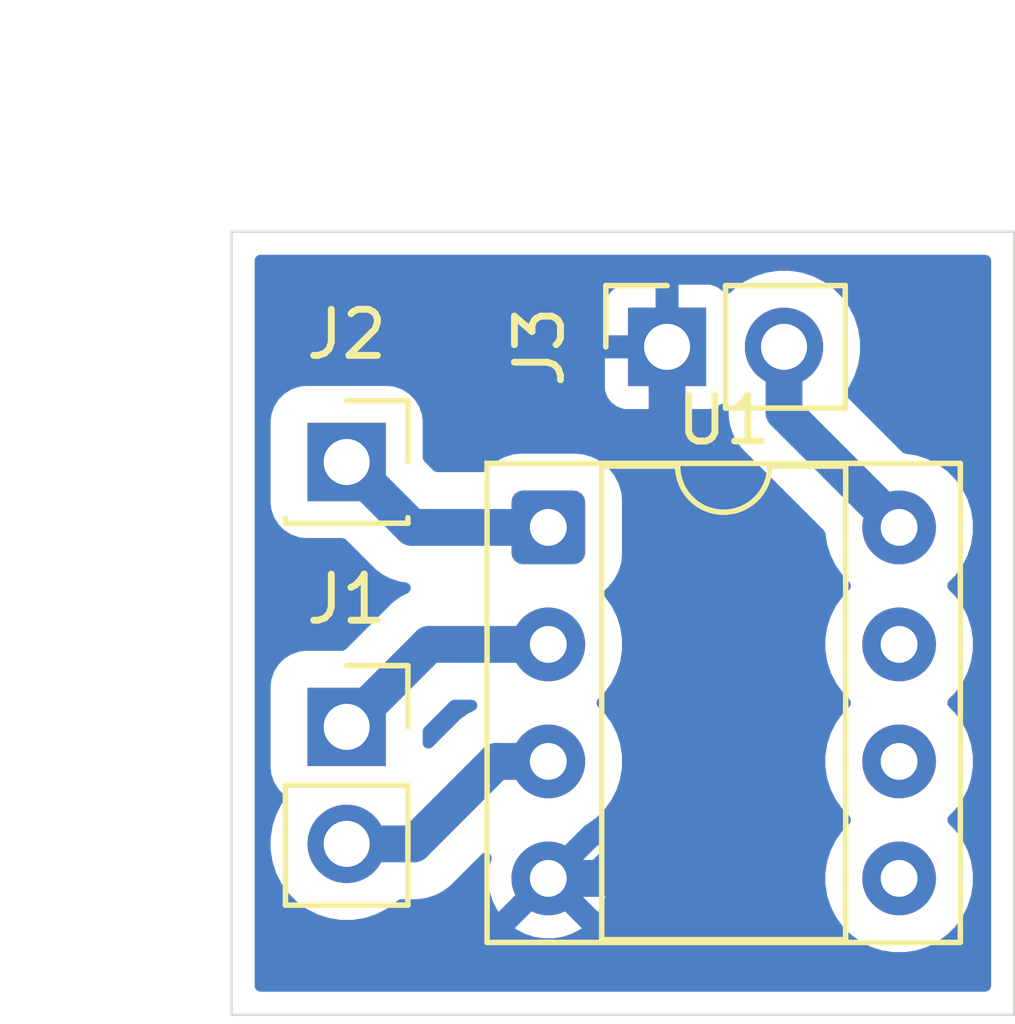
<source format=kicad_pcb>
(kicad_pcb (version 20241229) (generator "pcbnew") (generator_version "9.0")
  (layers (0 "F.Cu" signal) (2 "B.Cu" signal) (13 "F.Paste" user) (15 "B.Paste" user) (5 "F.SilkS" user "F.Silkscreen") (7 "B.SilkS" user "B.Silkscreen") (1 "F.Mask" user) (3 "B.Mask" user) (25 "Edge.Cuts" user))
  (net 0 "")
  (net 1 "Net-(J1-Pin_2)")
  (net 2 "Net-(J1-Pin_1)")
  (net 3 "Net-(J2-Pin_1)")
  (net 6 "+5V")
  (net 8 "GND")
  (footprint "Connector_PinSocket_2.54mm:PinSocket_1x02_P2.54mm_Vertical" (layer "F.Cu") (at 130.46 75.5 90)
    (property "Reference" "J3" (at 0 -2.77 90) (layer "F.SilkS"))
    (property "Value" "Conn_01x02_Socket")
    (fp_line (start 1.33 -1.33) (end 1.33 0) (stroke (width 0.12)) (layer "F.SilkS"))
    (fp_line (start 0 -1.33) (end 1.33 -1.33) (stroke (width 0.12)) (layer "F.SilkS"))
    (fp_line (start 1.33 1.27) (end 1.33 3.87) (stroke (width 0.12)) (layer "F.SilkS"))
    (fp_line (start -1.33 1.27) (end 1.33 1.27) (stroke (width 0.12)) (layer "F.SilkS"))
    (fp_line (start -1.33 1.27) (end -1.33 3.87) (stroke (width 0.12)) (layer "F.SilkS"))
    (fp_line (start -1.33 3.87) (end 1.33 3.87) (stroke (width 0.12)) (layer "F.SilkS"))
    (pad "1" thru_hole rect (at 0 0 90) (size 1.7 1.7) (drill 1) (layers "*.Cu" "*.Mask") (net 8 "GND"))
    (pad "2" thru_hole circle (at 0 2.54 90) (size 1.7 1.7) (drill 1) (layers "*.Cu" "*.Mask") (net 6 "+5V"))
  )
  (footprint "Package_DIP:DIP-8_W7.62mm_Socket" (layer "F.Cu") (at 127.88 79.42)
    (property "Reference" "U1" (at 3.81 -2.33 0) (layer "F.SilkS"))
    (property "Value" "MCP6002-xP")
    (fp_line (start 1.16 -1.33) (end 1.16 8.95) (stroke (width 0.12)) (layer "F.SilkS"))
    (fp_line (start 1.16 8.95) (end 6.46 8.95) (stroke (width 0.12)) (layer "F.SilkS"))
    (fp_line (start 2.81 -1.33) (end 1.16 -1.33) (stroke (width 0.12)) (layer "F.SilkS"))
    (fp_line (start 6.46 -1.33) (end 4.81 -1.33) (stroke (width 0.12)) (layer "F.SilkS"))
    (fp_line (start 6.46 8.95) (end 6.46 -1.33) (stroke (width 0.12)) (layer "F.SilkS"))
    (fp_rect (start -1.33 -1.39) (end 8.95 9.01) (stroke (width 0.12)) (fill no) (layer "F.SilkS"))
    (fp_arc (start 4.81 -1.33) (mid 3.81 -0.33) (end 2.81 -1.33) (stroke (width 0.12)) (layer "F.SilkS"))
    (pad "1" thru_hole roundrect (at 0 0) (size 1.6 1.6) (drill 0.8) (layers "*.Cu" "*.Mask") (roundrect_rratio 0.15625) (net 3 "Net-(J2-Pin_1)"))
    (pad "2" thru_hole circle (at 0 2.54) (size 1.6 1.6) (drill 0.8) (layers "*.Cu" "*.Mask") (net 2 "Net-(J1-Pin_1)"))
    (pad "3" thru_hole circle (at 0 5.08) (size 1.6 1.6) (drill 0.8) (layers "*.Cu" "*.Mask") (net 1 "Net-(J1-Pin_2)"))
    (pad "4" thru_hole circle (at 0 7.62) (size 1.6 1.6) (drill 0.8) (layers "*.Cu" "*.Mask") (net 8 "GND"))
    (pad "5" thru_hole circle (at 7.62 7.62) (size 1.6 1.6) (drill 0.8) (layers "*.Cu" "*.Mask"))
    (pad "6" thru_hole circle (at 7.62 5.08) (size 1.6 1.6) (drill 0.8) (layers "*.Cu" "*.Mask"))
    (pad "7" thru_hole circle (at 7.62 2.54) (size 1.6 1.6) (drill 0.8) (layers "*.Cu" "*.Mask"))
    (pad "8" thru_hole circle (at 7.62 0) (size 1.6 1.6) (drill 0.8) (layers "*.Cu" "*.Mask") (net 6 "+5V"))
  )
  (footprint "Connector_PinSocket_2.54mm:PinSocket_1x02_P2.54mm_Vertical" (layer "F.Cu") (at 123.5 83.75)
    (property "Reference" "J1" (at 0 -2.77 0) (layer "F.SilkS"))
    (property "Value" "Conn_01x02_Socket")
    (fp_line (start -1.33 1.27) (end -1.33 3.87) (stroke (width 0.12)) (layer "F.SilkS"))
    (fp_line (start -1.33 1.27) (end 1.33 1.27) (stroke (width 0.12)) (layer "F.SilkS"))
    (fp_line (start -1.33 3.87) (end 1.33 3.87) (stroke (width 0.12)) (layer "F.SilkS"))
    (fp_line (start 0 -1.33) (end 1.33 -1.33) (stroke (width 0.12)) (layer "F.SilkS"))
    (fp_line (start 1.33 -1.33) (end 1.33 0) (stroke (width 0.12)) (layer "F.SilkS"))
    (fp_line (start 1.33 1.27) (end 1.33 3.87) (stroke (width 0.12)) (layer "F.SilkS"))
    (pad "1" thru_hole rect (at 0 0) (size 1.7 1.7) (drill 1) (layers "*.Cu" "*.Mask") (net 2 "Net-(J1-Pin_1)"))
    (pad "2" thru_hole circle (at 0 2.54) (size 1.7 1.7) (drill 1) (layers "*.Cu" "*.Mask") (net 1 "Net-(J1-Pin_2)"))
  )
  (footprint "Connector_PinSocket_2.54mm:PinSocket_1x01_P2.54mm_Vertical" (layer "F.Cu") (at 123.5 78)
    (property "Reference" "J2" (at 0 -2.77 0) (layer "F.SilkS"))
    (property "Value" "Conn_01x01_Socket")
    (fp_line (start -1.33 1.21) (end -1.33 1.33) (stroke (width 0.12)) (layer "F.SilkS"))
    (fp_line (start -1.33 1.33) (end 1.33 1.33) (stroke (width 0.12)) (layer "F.SilkS"))
    (fp_line (start 0 -1.33) (end 1.33 -1.33) (stroke (width 0.12)) (layer "F.SilkS"))
    (fp_line (start 1.33 -1.33) (end 1.33 0) (stroke (width 0.12)) (layer "F.SilkS"))
    (fp_line (start 1.33 1.21) (end 1.33 1.33) (stroke (width 0.12)) (layer "F.SilkS"))
    (pad "1" thru_hole rect (at 0 0) (size 1.7 1.7) (drill 1) (layers "*.Cu" "*.Mask") (net 3 "Net-(J2-Pin_1)"))
  )
  (gr_rect (start 121 73) (end 138 90) (stroke (width 0.05)) (fill no) (layer "Edge.Cuts"))
  (segment (start 126.74863 84.5) (end 124.95863 86.29) (width 0.8) (layer "B.Cu") (net 1))
  (segment (start 124.95863 86.29) (end 123.5 86.29) (width 0.8) (layer "B.Cu") (net 1))
  (segment (start 127.88 84.5) (end 126.74863 84.5) (width 0.8) (layer "B.Cu") (net 1))
  (segment (start 125.29 81.96) (end 123.5 83.75) (width 0.8) (layer "B.Cu") (net 2))
  (segment (start 127.88 81.96) (end 125.29 81.96) (width 0.8) (layer "B.Cu") (net 2))
  (segment (start 127.88 79.42) (end 124.92 79.42) (width 0.8) (layer "B.Cu") (net 3))
  (segment (start 124.92 79.42) (end 123.5 78) (width 0.8) (layer "B.Cu") (net 3))
  (segment (start 133 75.5) (end 133 76.92) (width 0.8) (layer "B.Cu") (net 6))
  (segment (start 133 76.92) (end 135.5 79.42) (width 0.8) (layer "B.Cu") (net 6))
  (segment (start 129.01137 87.04) (end 127.88 87.04) (width 0.8) (layer "B.Cu") (net 8))
  (segment (start 130.46 75.5) (end 130.46 85.59137) (width 0.8) (layer "B.Cu") (net 8))
  (segment (start 130.46 85.59137) (end 129.01137 87.04) (width 0.8) (layer "B.Cu") (net 8))
  (zone (net 8) (net_name "GND") (layer "B.Cu") (connect_pads (clearance 0.5)) (min_thickness 0.25) (fill yes (thermal_gap 0.5) (thermal_bridge_width 0.5) (island_removal_mode 1) (island_area_min 10))
    (polygon (pts (xy 121 73) (xy 138 73) (xy 138 90) (xy 121 90)))
  )
)
</source>
